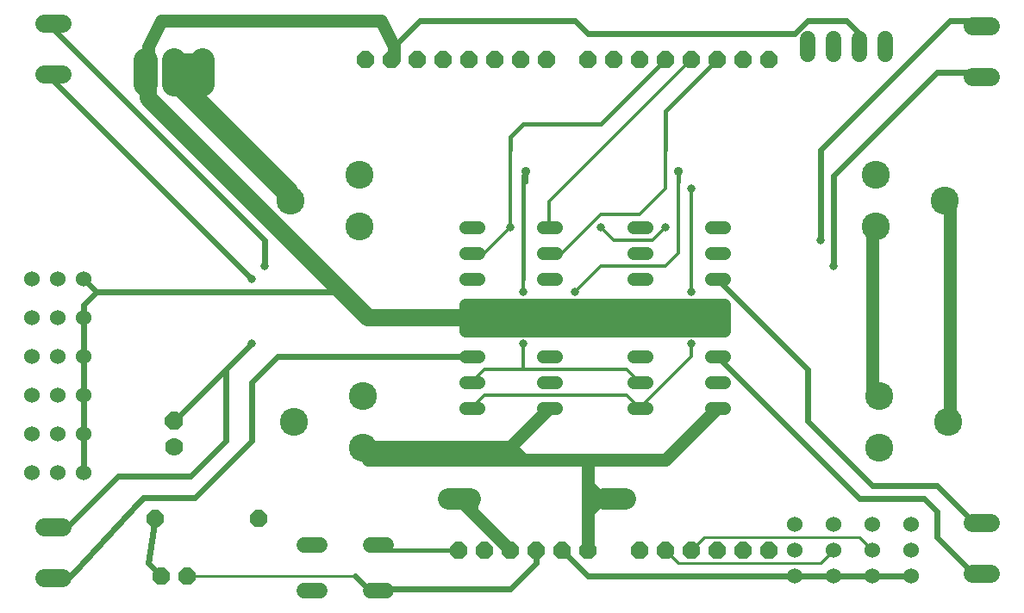
<source format=gbl>
G75*
%MOIN*%
%OFA0B0*%
%FSLAX25Y25*%
%IPPOS*%
%LPD*%
%AMOC8*
5,1,8,0,0,1.08239X$1,22.5*
%
%ADD10C,0.10800*%
%ADD11C,0.06000*%
%ADD12OC8,0.06600*%
%ADD13C,0.07050*%
%ADD14C,0.05150*%
%ADD15C,0.09449*%
%ADD16C,0.08250*%
%ADD17C,0.06000*%
%ADD18OC8,0.07000*%
%ADD19C,0.07000*%
%ADD20C,0.02400*%
%ADD21C,0.01000*%
%ADD22C,0.01600*%
%ADD23C,0.05000*%
%ADD24C,0.03200*%
%ADD25C,0.03169*%
%ADD26C,0.01200*%
%ADD27C,0.06600*%
%ADD28C,0.03562*%
D10*
X0113048Y0073987D03*
X0139615Y0063987D03*
X0139615Y0083987D03*
X0138215Y0149737D03*
X0111648Y0159737D03*
X0138215Y0169737D03*
X0338057Y0169816D03*
X0364624Y0159816D03*
X0338057Y0149816D03*
X0339457Y0084066D03*
X0366024Y0074066D03*
X0339457Y0064066D03*
D11*
X0148754Y0026478D02*
X0142754Y0026478D01*
X0123154Y0026478D02*
X0117154Y0026478D01*
X0117154Y0008678D02*
X0123154Y0008678D01*
X0142754Y0008678D02*
X0148754Y0008678D01*
X0311800Y0216320D02*
X0311800Y0222320D01*
X0321800Y0222320D02*
X0321800Y0216320D01*
X0331800Y0216320D02*
X0331800Y0222320D01*
X0341800Y0222320D02*
X0341800Y0216320D01*
D12*
X0296800Y0214320D03*
X0286800Y0214320D03*
X0276800Y0214320D03*
X0266800Y0214320D03*
X0256800Y0214320D03*
X0246800Y0214320D03*
X0236800Y0214320D03*
X0226800Y0214320D03*
X0210800Y0214320D03*
X0200800Y0214320D03*
X0190800Y0214320D03*
X0180800Y0214320D03*
X0170800Y0214320D03*
X0160800Y0214320D03*
X0150800Y0214320D03*
X0140800Y0214320D03*
X0099300Y0036820D03*
X0071800Y0014320D03*
X0061800Y0014320D03*
X0059300Y0036820D03*
X0176800Y0024320D03*
X0186800Y0024320D03*
X0196800Y0024320D03*
X0206800Y0024320D03*
X0216800Y0024320D03*
X0226800Y0024320D03*
X0246800Y0024320D03*
X0256800Y0024320D03*
X0266800Y0024320D03*
X0276800Y0024320D03*
X0286800Y0024320D03*
X0296800Y0024320D03*
D13*
X0023317Y0013631D02*
X0016267Y0013631D01*
X0016267Y0033316D02*
X0023317Y0033316D01*
X0023317Y0208631D02*
X0016267Y0208631D01*
X0016267Y0228316D02*
X0023317Y0228316D01*
X0375283Y0227509D02*
X0382333Y0227509D01*
X0382333Y0207824D02*
X0375283Y0207824D01*
X0375283Y0035009D02*
X0382333Y0035009D01*
X0382333Y0015324D02*
X0375283Y0015324D01*
D14*
X0279375Y0079320D02*
X0274225Y0079320D01*
X0274225Y0089320D02*
X0279375Y0089320D01*
X0279375Y0099320D02*
X0274225Y0099320D01*
X0274225Y0109320D02*
X0279375Y0109320D01*
X0279375Y0119320D02*
X0274225Y0119320D01*
X0274225Y0129320D02*
X0279375Y0129320D01*
X0279375Y0139320D02*
X0274225Y0139320D01*
X0274225Y0149320D02*
X0279375Y0149320D01*
X0249375Y0149320D02*
X0244225Y0149320D01*
X0244225Y0139320D02*
X0249375Y0139320D01*
X0249375Y0129320D02*
X0244225Y0129320D01*
X0244225Y0119320D02*
X0249375Y0119320D01*
X0249375Y0109320D02*
X0244225Y0109320D01*
X0244225Y0099320D02*
X0249375Y0099320D01*
X0249375Y0089320D02*
X0244225Y0089320D01*
X0244225Y0079320D02*
X0249375Y0079320D01*
X0214375Y0079320D02*
X0209225Y0079320D01*
X0209225Y0089320D02*
X0214375Y0089320D01*
X0214375Y0099320D02*
X0209225Y0099320D01*
X0209225Y0109320D02*
X0214375Y0109320D01*
X0214375Y0119320D02*
X0209225Y0119320D01*
X0209225Y0129320D02*
X0214375Y0129320D01*
X0214375Y0139320D02*
X0209225Y0139320D01*
X0209225Y0149320D02*
X0214375Y0149320D01*
X0184375Y0149320D02*
X0179225Y0149320D01*
X0179225Y0139320D02*
X0184375Y0139320D01*
X0184375Y0129320D02*
X0179225Y0129320D01*
X0179225Y0119320D02*
X0184375Y0119320D01*
X0184375Y0109320D02*
X0179225Y0109320D01*
X0179225Y0099320D02*
X0184375Y0099320D01*
X0184375Y0089320D02*
X0179225Y0089320D01*
X0179225Y0079320D02*
X0184375Y0079320D01*
D15*
X0077800Y0204595D02*
X0077800Y0214044D01*
X0066800Y0214044D02*
X0066800Y0204595D01*
X0055800Y0204595D02*
X0055800Y0214044D01*
D16*
X0172675Y0044320D02*
X0180925Y0044320D01*
X0232675Y0044320D02*
X0240925Y0044320D01*
D17*
X0306800Y0034320D03*
X0321800Y0034320D03*
X0321800Y0024320D03*
X0306800Y0024320D03*
X0306800Y0014320D03*
X0321800Y0014320D03*
X0336800Y0014320D03*
X0351800Y0014320D03*
X0351800Y0024320D03*
X0351800Y0034320D03*
X0336800Y0034320D03*
X0336800Y0024320D03*
X0031800Y0054320D03*
X0021800Y0054320D03*
X0011800Y0054320D03*
X0011800Y0069320D03*
X0021800Y0069320D03*
X0031800Y0069320D03*
X0031800Y0084320D03*
X0021800Y0084320D03*
X0011800Y0084320D03*
X0011800Y0099320D03*
X0021800Y0099320D03*
X0031800Y0099320D03*
X0031800Y0114320D03*
X0021800Y0114320D03*
X0011800Y0114320D03*
X0011800Y0129320D03*
X0021800Y0129320D03*
X0031800Y0129320D03*
D18*
X0066800Y0074320D03*
D19*
X0066800Y0064320D03*
D20*
X0066800Y0074320D02*
X0086800Y0094320D01*
X0096800Y0104320D01*
X0106800Y0099320D02*
X0096800Y0089320D01*
X0096800Y0066820D01*
X0074674Y0044694D01*
X0054674Y0044694D01*
X0026800Y0014320D01*
X0016800Y0014320D01*
X0021485Y0033296D02*
X0025422Y0033296D01*
X0045107Y0052981D01*
X0072961Y0052981D01*
X0086800Y0066820D01*
X0086800Y0094320D01*
X0106800Y0099320D02*
X0181800Y0099320D01*
X0131800Y0124320D02*
X0036800Y0124320D01*
X0031800Y0119320D01*
X0031800Y0054320D01*
X0059300Y0036820D02*
X0056800Y0019320D01*
X0061800Y0014320D01*
X0136800Y0014320D02*
X0141800Y0009320D01*
X0196800Y0009320D01*
X0206800Y0019320D01*
X0206800Y0024320D01*
X0216800Y0024320D02*
X0226800Y0014320D01*
X0351800Y0014320D01*
X0361800Y0029320D02*
X0376800Y0014320D01*
X0361800Y0029320D02*
X0361800Y0039320D01*
X0356800Y0044320D01*
X0331800Y0044320D01*
X0276800Y0099320D01*
X0276800Y0129320D02*
X0311800Y0094320D01*
X0311800Y0074320D01*
X0336800Y0049320D01*
X0361800Y0049320D01*
X0376800Y0034320D01*
X0321800Y0134320D02*
X0321800Y0169320D01*
X0361800Y0209320D01*
X0376800Y0209320D01*
X0376800Y0229320D02*
X0366800Y0229320D01*
X0316800Y0179320D01*
X0316800Y0144320D01*
X0306800Y0224320D02*
X0226800Y0224320D01*
X0221800Y0229320D01*
X0161800Y0229320D01*
X0151800Y0219320D01*
X0101800Y0144320D02*
X0016800Y0229320D01*
X0016800Y0209320D02*
X0096800Y0129320D01*
X0101800Y0134320D02*
X0101800Y0144320D01*
X0036800Y0124320D02*
X0031800Y0129320D01*
X0306800Y0224320D02*
X0311800Y0229320D01*
X0326800Y0229320D01*
X0331800Y0224320D01*
D21*
X0331800Y0029320D02*
X0271800Y0029320D01*
X0266800Y0024320D01*
X0261800Y0019320D02*
X0256800Y0024320D01*
X0261800Y0019320D02*
X0316800Y0019320D01*
X0321800Y0024320D01*
X0331800Y0029320D02*
X0336800Y0024320D01*
X0136800Y0014320D02*
X0071800Y0014320D01*
D22*
X0146800Y0026820D02*
X0149300Y0024320D01*
X0176800Y0024320D01*
X0201800Y0129320D02*
X0201800Y0169320D01*
X0202587Y0171091D02*
X0202587Y0167154D01*
X0196800Y0179320D02*
X0196800Y0184320D01*
X0201800Y0189320D01*
X0231800Y0189320D01*
X0256800Y0214320D01*
X0276800Y0214320D02*
X0256800Y0194320D01*
X0256800Y0179320D01*
X0261643Y0171091D02*
X0261643Y0167154D01*
D23*
X0336800Y0149320D02*
X0336800Y0084320D01*
X0366800Y0074320D02*
X0366800Y0159320D01*
X0279300Y0119320D02*
X0279300Y0109320D01*
X0274300Y0109320D01*
X0179300Y0109320D01*
X0179300Y0119320D01*
X0279300Y0119320D01*
X0274300Y0119320D02*
X0274300Y0109320D01*
X0276800Y0079320D02*
X0256800Y0059320D01*
X0226800Y0059320D01*
X0226800Y0049320D01*
X0231800Y0044320D01*
X0226800Y0039320D01*
X0226800Y0049320D01*
X0226800Y0044320D02*
X0231800Y0044320D01*
X0226800Y0039320D02*
X0226800Y0024320D01*
X0196800Y0024320D02*
X0181800Y0039320D01*
X0181800Y0044320D01*
X0176800Y0044320D01*
X0181800Y0039320D01*
X0196800Y0059320D02*
X0196800Y0064320D01*
X0201800Y0059320D01*
X0226800Y0059320D01*
X0201800Y0059320D02*
X0196800Y0059320D01*
X0141800Y0059320D01*
X0141800Y0064320D01*
X0196800Y0064320D01*
X0211800Y0079320D01*
X0111800Y0159320D02*
X0111800Y0164320D01*
X0071800Y0204320D01*
X0071800Y0214320D01*
X0076800Y0214320D01*
X0071800Y0214320D02*
X0066800Y0214320D01*
X0066800Y0209320D02*
X0066800Y0204320D01*
X0111800Y0159320D01*
X0056800Y0209320D02*
X0056800Y0219320D01*
X0061800Y0229320D01*
X0146800Y0229320D01*
X0151800Y0219320D01*
X0151800Y0214320D01*
D24*
X0226800Y0049320D02*
X0226800Y0044320D01*
X0226800Y0039320D01*
D25*
X0201800Y0104320D03*
X0201800Y0124320D03*
X0221800Y0124320D03*
X0231800Y0149320D03*
X0256800Y0149320D03*
X0266800Y0164320D03*
X0316800Y0144320D03*
X0321800Y0134320D03*
X0266800Y0124320D03*
X0266800Y0104320D03*
X0196800Y0149320D03*
X0101800Y0134320D03*
X0096800Y0129320D03*
X0096800Y0104320D03*
D26*
X0181800Y0089320D02*
X0186800Y0094320D01*
X0201800Y0094320D01*
X0201800Y0104320D01*
X0201800Y0094320D02*
X0241800Y0094320D01*
X0246800Y0089320D01*
X0241800Y0084320D02*
X0246800Y0079320D01*
X0266800Y0099320D01*
X0266800Y0104320D01*
X0266800Y0124320D02*
X0266800Y0164320D01*
X0261800Y0169320D02*
X0261800Y0139320D01*
X0256800Y0134320D01*
X0231800Y0134320D01*
X0221800Y0124320D01*
X0201800Y0124320D02*
X0201800Y0129320D01*
X0211800Y0139320D02*
X0216800Y0139320D01*
X0231800Y0154320D01*
X0246800Y0154320D01*
X0256800Y0164320D01*
X0256800Y0179320D01*
X0266800Y0214320D02*
X0211800Y0159320D01*
X0211800Y0149320D01*
X0196800Y0149320D02*
X0186800Y0139320D01*
X0181800Y0139320D01*
X0196800Y0149320D02*
X0196800Y0179320D01*
X0231800Y0149320D02*
X0236800Y0144320D01*
X0251800Y0144320D01*
X0256800Y0149320D01*
X0241800Y0084320D02*
X0186800Y0084320D01*
X0181800Y0079320D01*
D27*
X0141800Y0114320D02*
X0276800Y0114320D01*
X0141800Y0114320D02*
X0131800Y0124320D01*
X0056800Y0199320D01*
X0056800Y0204320D01*
D28*
X0202587Y0171091D03*
X0261643Y0171091D03*
M02*

</source>
